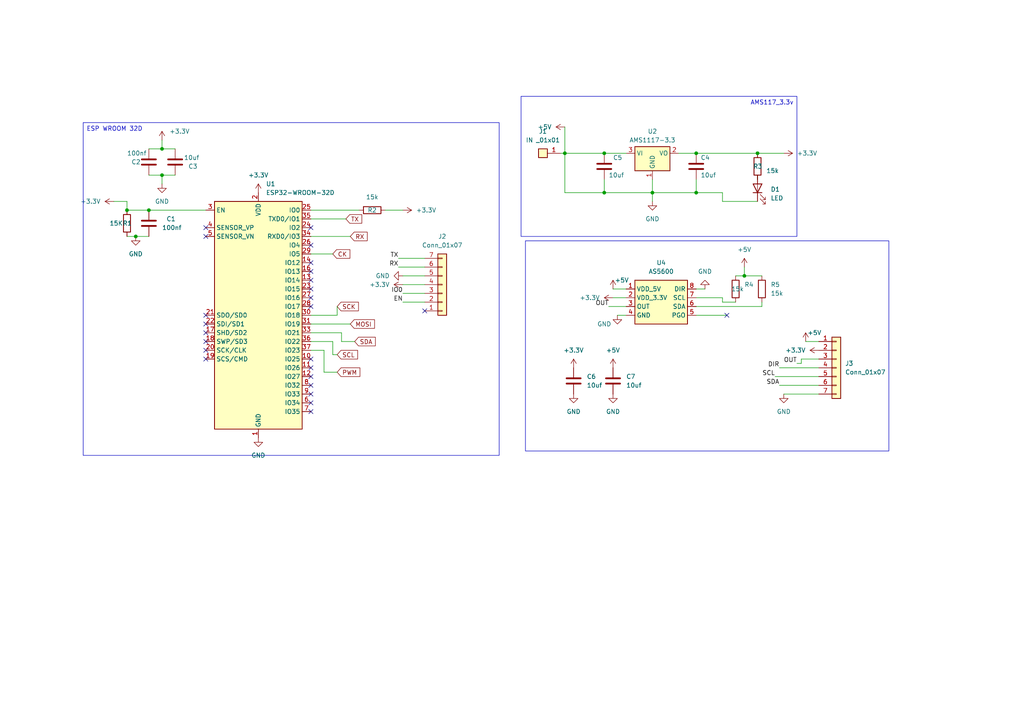
<source format=kicad_sch>
(kicad_sch (version 20230121) (generator eeschema)
  (paper "A4")
  (lib_symbols
    (symbol "AS5600:AS5600_IC"
      (property "Reference" "U3" (at -1.27 -5.08 0))
      (property "Value" "AS5600" (at 1.27 -6.35 0))
      (symbol "AS5600_IC_0_1"
        (rectangle (start -6.35 8.89) (end 8.89 -3.81) (stroke (width 0.254)) (fill (type background)))
      )
      (symbol "AS5600_IC_1_1"
        (pin power_in line (at -8.89 6.35 0) (length 2.54) (name "VDD_5V") (number "1"))
        (pin power_in line (at -8.89 3.81 0) (length 2.54) (name "VDD_3.3V") (number "2"))
        (pin output line (at -8.89 1.27 0) (length 2.54) (name "OUT") (number "3"))
        (pin bidirectional line (at -8.89 -1.27 0) (length 2.54) (name "GND") (number "4"))
        (pin bidirectional line (at 11.43 -1.27 180) (length 2.54) (name "PGO") (number "5"))
        (pin bidirectional line (at 11.43 1.27 180) (length 2.54) (name "SDA") (number "6"))
        (pin input line (at 11.43 3.81 180) (length 2.54) (name "SCL") (number "7"))
        (pin bidirectional line (at 11.43 6.35 180) (length 2.54) (name "DIR") (number "8"))
      )
    )
    (symbol "Connector_Generic:Conn_01x07" (pin_names (offset 1.016) hide)
      (property "Reference" "J" (at 0 10.16 0))
      (property "Value" "Conn_01x07" (at 0 -10.16 0))
      (symbol "Conn_01x07_1_1"
        (rectangle (start -1.27 -7.493) (end 0 -7.747) (stroke (width 0.1524)))
        (rectangle (start -1.27 -4.953) (end 0 -5.207) (stroke (width 0.1524)))
        (rectangle (start -1.27 -2.413) (end 0 -2.667) (stroke (width 0.1524)))
        (rectangle (start -1.27 0.127) (end 0 -0.127) (stroke (width 0.1524)))
        (rectangle (start -1.27 2.667) (end 0 2.413) (stroke (width 0.1524)))
        (rectangle (start -1.27 5.207) (end 0 4.953) (stroke (width 0.1524)))
        (rectangle (start -1.27 7.747) (end 0 7.493) (stroke (width 0.1524)))
        (rectangle (start -1.27 8.89) (end 1.27 -8.89) (stroke (width 0.254)) (fill (type background)))
        (pin passive line (at -5.08 7.62 0) (length 3.81) (name "Pin_1") (number "1"))
        (pin passive line (at -5.08 5.08 0) (length 3.81) (name "Pin_2") (number "2"))
        (pin passive line (at -5.08 2.54 0) (length 3.81) (name "Pin_3") (number "3"))
        (pin passive line (at -5.08 0 0) (length 3.81) (name "Pin_4") (number "4"))
        (pin passive line (at -5.08 -2.54 0) (length 3.81) (name "Pin_5") (number "5"))
        (pin passive line (at -5.08 -5.08 0) (length 3.81) (name "Pin_6") (number "6"))
        (pin passive line (at -5.08 -7.62 0) (length 3.81) (name "Pin_7") (number "7"))
      )
    )
    (symbol "Device:C" (pin_numbers hide) (pin_names (offset 0.254))
      (property "Reference" "C" (at 0.635 2.54 0))
      (property "Value" "C" (at 0.635 -2.54 0))
      (symbol "C_0_1"
        (polyline (pts (xy -2.032 -0.762) (xy 2.032 -0.762)) (stroke (width 0.508)))
        (polyline (pts (xy -2.032 0.762) (xy 2.032 0.762)) (stroke (width 0.508)))
      )
      (symbol "C_1_1"
        (pin passive line (at 0 3.81 270) (length 2.794) (name "~") (number "1"))
        (pin passive line (at 0 -3.81 90) (length 2.794) (name "~") (number "2"))
      )
    )
    (symbol "Device:LED" (pin_numbers hide) (pin_names (offset 1.016) hide)
      (property "Reference" "D" (at 0 2.54 0))
      (property "Value" "LED" (at 0 -2.54 0))
      (symbol "LED_0_1"
        (polyline (pts (xy -1.27 -1.27) (xy -1.27 1.27)) (stroke (width 0.254)))
        (polyline (pts (xy -1.27 0) (xy 1.27 0)))
        (polyline (pts (xy 1.27 -1.27) (xy 1.27 1.27) (xy -1.27 0) (xy 1.27 -1.27)) (stroke (width 0.254)))
        (polyline (pts (xy -3.048 -0.762) (xy -4.572 -2.286) (xy -3.81 -2.286) (xy -4.572 -2.286) (xy -4.572 -1.524)))
        (polyline (pts (xy -1.778 -0.762) (xy -3.302 -2.286) (xy -2.54 -2.286) (xy -3.302 -2.286) (xy -3.302 -1.524)))
      )
      (symbol "LED_1_1"
        (pin passive line (at -3.81 0 0) (length 2.54) (name "K") (number "1"))
        (pin passive line (at 3.81 0 180) (length 2.54) (name "A") (number "2"))
      )
    )
    (symbol "Device:R" (pin_numbers hide) (pin_names (offset 0))
      (property "Reference" "R" (at 2.032 0 90))
      (property "Value" "R" (at 0 0 90))
      (symbol "R_0_1"
        (rectangle (start -1.016 -2.54) (end 1.016 2.54) (stroke (width 0.254)))
      )
      (symbol "R_1_1"
        (pin passive line (at 0 3.81 270) (length 1.27) (name "~") (number "1"))
        (pin passive line (at 0 -3.81 90) (length 1.27) (name "~") (number "2"))
      )
    )
    (symbol "RF_Module:ESP32-WROOM-32D"
      (property "Reference" "U" (at -12.7 34.29 0))
      (property "Value" "ESP32-WROOM-32D" (at 1.27 34.29 0))
      (symbol "ESP32-WROOM-32D_0_1"
        (rectangle (start -12.7 33.02) (end 12.7 -33.02) (stroke (width 0.254)) (fill (type background)))
      )
      (symbol "ESP32-WROOM-32D_1_1"
        (pin power_in line (at 0 -35.56 90) (length 2.54) (name "GND") (number "1"))
        (pin bidirectional line (at 15.24 -12.7 180) (length 2.54) (name "IO25") (number "10"))
        (pin bidirectional line (at 15.24 -15.24 180) (length 2.54) (name "IO26") (number "11"))
        (pin bidirectional line (at 15.24 -17.78 180) (length 2.54) (name "IO27") (number "12"))
        (pin bidirectional line (at 15.24 10.16 180) (length 2.54) (name "IO14") (number "13"))
        (pin bidirectional line (at 15.24 15.24 180) (length 2.54) (name "IO12") (number "14"))
        (pin passive line (at 0 -35.56 90) (length 2.54) hide (name "GND") (number "15"))
        (pin bidirectional line (at 15.24 12.7 180) (length 2.54) (name "IO13") (number "16"))
        (pin bidirectional line (at -15.24 -5.08 0) (length 2.54) (name "SHD/SD2") (number "17"))
        (pin bidirectional line (at -15.24 -7.62 0) (length 2.54) (name "SWP/SD3") (number "18"))
        (pin bidirectional line (at -15.24 -12.7 0) (length 2.54) (name "SCS/CMD") (number "19"))
        (pin power_in line (at 0 35.56 270) (length 2.54) (name "VDD") (number "2"))
        (pin bidirectional line (at -15.24 -10.16 0) (length 2.54) (name "SCK/CLK") (number "20"))
        (pin bidirectional line (at -15.24 0 0) (length 2.54) (name "SDO/SD0") (number "21"))
        (pin bidirectional line (at -15.24 -2.54 0) (length 2.54) (name "SDI/SD1") (number "22"))
        (pin bidirectional line (at 15.24 7.62 180) (length 2.54) (name "IO15") (number "23"))
        (pin bidirectional line (at 15.24 25.4 180) (length 2.54) (name "IO2") (number "24"))
        (pin bidirectional line (at 15.24 30.48 180) (length 2.54) (name "IO0") (number "25"))
        (pin bidirectional line (at 15.24 20.32 180) (length 2.54) (name "IO4") (number "26"))
        (pin bidirectional line (at 15.24 5.08 180) (length 2.54) (name "IO16") (number "27"))
        (pin bidirectional line (at 15.24 2.54 180) (length 2.54) (name "IO17") (number "28"))
        (pin bidirectional line (at 15.24 17.78 180) (length 2.54) (name "IO5") (number "29"))
        (pin input line (at -15.24 30.48 0) (length 2.54) (name "EN") (number "3"))
        (pin bidirectional line (at 15.24 0 180) (length 2.54) (name "IO18") (number "30"))
        (pin bidirectional line (at 15.24 -2.54 180) (length 2.54) (name "IO19") (number "31"))
        (pin no_connect line (at -12.7 -27.94 0) (length 2.54) hide (name "NC") (number "32"))
        (pin bidirectional line (at 15.24 -5.08 180) (length 2.54) (name "IO21") (number "33"))
        (pin bidirectional line (at 15.24 22.86 180) (length 2.54) (name "RXD0/IO3") (number "34"))
        (pin bidirectional line (at 15.24 27.94 180) (length 2.54) (name "TXD0/IO1") (number "35"))
        (pin bidirectional line (at 15.24 -7.62 180) (length 2.54) (name "IO22") (number "36"))
        (pin bidirectional line (at 15.24 -10.16 180) (length 2.54) (name "IO23") (number "37"))
        (pin passive line (at 0 -35.56 90) (length 2.54) hide (name "GND") (number "38"))
        (pin passive line (at 0 -35.56 90) (length 2.54) hide (name "GND") (number "39"))
        (pin input line (at -15.24 25.4 0) (length 2.54) (name "SENSOR_VP") (number "4"))
        (pin input line (at -15.24 22.86 0) (length 2.54) (name "SENSOR_VN") (number "5"))
        (pin input line (at 15.24 -25.4 180) (length 2.54) (name "IO34") (number "6"))
        (pin input line (at 15.24 -27.94 180) (length 2.54) (name "IO35") (number "7"))
        (pin bidirectional line (at 15.24 -20.32 180) (length 2.54) (name "IO32") (number "8"))
        (pin bidirectional line (at 15.24 -22.86 180) (length 2.54) (name "IO33") (number "9"))
      )
    )
    (symbol "Regulator_Linear:AMS1117-3.3"
      (property "Reference" "U" (at -3.81 3.175 0))
      (property "Value" "AMS1117-3.3" (at 0 3.175 0))
      (symbol "AMS1117-3.3_0_1"
        (rectangle (start -5.08 -5.08) (end 5.08 1.905) (stroke (width 0.254)) (fill (type background)))
      )
      (symbol "AMS1117-3.3_1_1"
        (pin power_in line (at 0 -7.62 90) (length 2.54) (name "GND") (number "1"))
        (pin power_out line (at 7.62 0 180) (length 2.54) (name "VO") (number "2"))
        (pin power_in line (at -7.62 0 0) (length 2.54) (name "VI") (number "3"))
      )
    )
    (symbol "Screw_Terminal_01x01_1" (pin_names (offset 1.016) hide)
      (property "Reference" "J1" (at 2.54 1.27 0))
      (property "Value" "IN _01x01" (at 2.54 -1.27 0))
      (symbol "Screw_Terminal_01x01_1_1_1"
        (rectangle (start -1.27 1.27) (end 1.27 -1.27) (stroke (width 0.254)) (fill (type background)))
        (pin passive line (at -5.08 0 0) (length 3.81) (name "Pin_1") (number "1"))
      )
    )
    (symbol "power:+3.3V" (power) (pin_names (offset 0))
      (property "Value" "+3.3V" (at 0 3.556 0))
      (symbol "+3.3V_0_1"
        (polyline (pts (xy -0.762 1.27) (xy 0 2.54)))
        (polyline (pts (xy 0 0) (xy 0 2.54)))
        (polyline (pts (xy 0 2.54) (xy 0.762 1.27)))
      )
      (symbol "+3.3V_1_1"
        (pin power_in line (at 0 0 90) (length 0) hide (name "+3.3V") (number "1"))
      )
    )
    (symbol "power:+5V" (power) (pin_names (offset 0))
      (property "Value" "+5V" (at 0 3.556 0))
      (symbol "+5V_0_1"
        (polyline (pts (xy -0.762 1.27) (xy 0 2.54)))
        (polyline (pts (xy 0 0) (xy 0 2.54)))
        (polyline (pts (xy 0 2.54) (xy 0.762 1.27)))
      )
      (symbol "+5V_1_1"
        (pin power_in line (at 0 0 90) (length 0) hide (name "+5V") (number "1"))
      )
    )
    (symbol "power:GND" (power) (pin_names (offset 0))
      (property "Value" "GND" (at 0 -3.81 0))
      (symbol "GND_0_1"
        (polyline (pts (xy 0 0) (xy 0 -1.27) (xy 1.27 -1.27) (xy 0 -2.54) (xy -1.27 -1.27) (xy 0 -1.27)))
      )
      (symbol "GND_1_1"
        (pin power_in line (at 0 0 270) (length 0) hide (name "GND") (number "1"))
      )
    )
  )
  (junction (at 175.26 44.45))
  (junction (at 36.83 60.96))
  (junction (at 163.83 44.45))
  (junction (at 219.71 44.45))
  (junction (at 189.23 55.88))
  (junction (at 43.18 60.96))
  (junction (at 201.93 55.88))
  (junction (at 39.37 68.58))
  (junction (at 201.93 44.45))
  (junction (at 175.26 55.88))
  (junction (at 46.99 43.18))
  (junction (at 46.99 50.8))
  (junction (at 215.9 80.01))
  (no_connect (at 90.17 109.22))
  (no_connect (at 90.17 76.2))
  (no_connect (at 59.69 99.06))
  (no_connect (at 59.69 104.14))
  (no_connect (at 59.69 68.58))
  (no_connect (at 90.17 71.12))
  (no_connect (at 90.17 78.74))
  (no_connect (at 59.69 66.04))
  (no_connect (at 90.17 83.82))
  (no_connect (at 90.17 119.38))
  (no_connect (at 90.17 86.36))
  (no_connect (at 123.19 90.17))
  (no_connect (at 90.17 81.28))
  (no_connect (at 90.17 88.9))
  (no_connect (at 90.17 114.3))
  (no_connect (at 59.69 93.98))
  (no_connect (at 90.17 116.84))
  (no_connect (at 90.17 66.04))
  (no_connect (at 59.69 91.44))
  (no_connect (at 90.17 106.68))
  (no_connect (at 90.17 111.76))
  (no_connect (at 90.17 104.14))
  (no_connect (at 59.69 101.6))
  (no_connect (at 59.69 96.52))
  (no_connect (at 210.82 91.44))
  (wire (pts (xy 101.6 68.58) (xy 90.17 68.58)))
  (wire (pts (xy 46.99 50.8) (xy 50.8 50.8)))
  (wire (pts (xy 189.23 52.07) (xy 189.23 55.88)))
  (wire (pts (xy 231.14 105.41) (xy 232.41 105.41)))
  (wire (pts (xy 189.23 55.88) (xy 201.93 55.88)))
  (wire (pts (xy 175.26 55.88) (xy 189.23 55.88)))
  (wire (pts (xy 196.85 44.45) (xy 201.93 44.45)))
  (wire (pts (xy 90.17 101.6) (xy 93.98 101.6)))
  (wire (pts (xy 232.41 104.14) (xy 237.49 104.14)))
  (wire (pts (xy 36.83 60.96) (xy 43.18 60.96)))
  (wire (pts (xy 99.06 99.06) (xy 102.87 99.06)))
  (wire (pts (xy 43.18 60.96) (xy 59.69 60.96)))
  (wire (pts (xy 33.02 58.42) (xy 36.83 58.42)))
  (wire (pts (xy 97.79 102.87) (xy 96.52 102.87)))
  (wire (pts (xy 99.06 99.06) (xy 99.06 96.52)))
  (wire (pts (xy 232.41 105.41) (xy 232.41 104.14)))
  (wire (pts (xy 201.93 55.88) (xy 201.93 52.07)))
  (wire (pts (xy 116.84 60.96) (xy 111.76 60.96)))
  (wire (pts (xy 181.61 44.45) (xy 175.26 44.45)))
  (wire (pts (xy 116.84 87.63) (xy 123.19 87.63)))
  (wire (pts (xy 215.9 77.47) (xy 215.9 80.01)))
  (wire (pts (xy 213.36 80.01) (xy 215.9 80.01)))
  (wire (pts (xy 201.93 86.36) (xy 209.55 86.36)))
  (wire (pts (xy 209.55 55.88) (xy 209.55 58.42)))
  (wire (pts (xy 209.55 87.63) (xy 213.36 87.63)))
  (wire (pts (xy 226.06 111.76) (xy 237.49 111.76)))
  (wire (pts (xy 90.17 73.66) (xy 96.52 73.66)))
  (wire (pts (xy 201.93 83.82) (xy 204.47 83.82)))
  (wire (pts (xy 93.98 101.6) (xy 93.98 107.95)))
  (wire (pts (xy 97.79 88.9) (xy 97.79 91.44)))
  (wire (pts (xy 201.93 88.9) (xy 220.98 88.9)))
  (wire (pts (xy 227.33 44.45) (xy 219.71 44.45)))
  (wire (pts (xy 96.52 102.87) (xy 96.52 99.06)))
  (wire (pts (xy 163.83 44.45) (xy 163.83 36.83)))
  (wire (pts (xy 209.55 86.36) (xy 209.55 87.63)))
  (wire (pts (xy 116.84 80.01) (xy 123.19 80.01)))
  (wire (pts (xy 163.83 44.45) (xy 175.26 44.45)))
  (wire (pts (xy 175.26 55.88) (xy 175.26 52.07)))
  (wire (pts (xy 115.57 74.93) (xy 123.19 74.93)))
  (wire (pts (xy 93.98 107.95) (xy 97.79 107.95)))
  (wire (pts (xy 209.55 58.42) (xy 219.71 58.42)))
  (wire (pts (xy 177.8 83.82) (xy 181.61 83.82)))
  (wire (pts (xy 209.55 55.88) (xy 201.93 55.88)))
  (wire (pts (xy 201.93 91.44) (xy 210.82 91.44)))
  (wire (pts (xy 97.79 91.44) (xy 90.17 91.44)))
  (wire (pts (xy 162.56 44.45) (xy 163.83 44.45)))
  (wire (pts (xy 43.18 43.18) (xy 46.99 43.18)))
  (wire (pts (xy 90.17 63.5) (xy 100.33 63.5)))
  (wire (pts (xy 46.99 40.64) (xy 46.99 43.18)))
  (wire (pts (xy 201.93 44.45) (xy 219.71 44.45)))
  (wire (pts (xy 90.17 93.98) (xy 101.6 93.98)))
  (wire (pts (xy 90.17 60.96) (xy 104.14 60.96)))
  (wire (pts (xy 226.06 106.68) (xy 237.49 106.68)))
  (wire (pts (xy 215.9 80.01) (xy 220.98 80.01)))
  (wire (pts (xy 233.68 99.06) (xy 237.49 99.06)))
  (wire (pts (xy 115.57 77.47) (xy 123.19 77.47)))
  (wire (pts (xy 96.52 99.06) (xy 90.17 99.06)))
  (wire (pts (xy 36.83 58.42) (xy 36.83 60.96)))
  (wire (pts (xy 163.83 55.88) (xy 175.26 55.88)))
  (wire (pts (xy 163.83 55.88) (xy 163.83 44.45)))
  (wire (pts (xy 177.8 86.36) (xy 181.61 86.36)))
  (wire (pts (xy 116.84 82.55) (xy 123.19 82.55)))
  (wire (pts (xy 99.06 96.52) (xy 90.17 96.52)))
  (wire (pts (xy 36.83 68.58) (xy 39.37 68.58)))
  (wire (pts (xy 39.37 68.58) (xy 43.18 68.58)))
  (wire (pts (xy 176.53 88.9) (xy 181.61 88.9)))
  (wire (pts (xy 224.79 109.22) (xy 237.49 109.22)))
  (wire (pts (xy 116.84 85.09) (xy 123.19 85.09)))
  (wire (pts (xy 46.99 43.18) (xy 50.8 43.18)))
  (wire (pts (xy 179.07 91.44) (xy 181.61 91.44)))
  (wire (pts (xy 189.23 55.88) (xy 189.23 58.42)))
  (wire (pts (xy 220.98 88.9) (xy 220.98 87.63)))
  (wire (pts (xy 43.18 50.8) (xy 46.99 50.8)))
  (wire (pts (xy 219.71 52.07) (xy 219.71 50.8)))
  (wire (pts (xy 46.99 53.34) (xy 46.99 50.8)))
  (wire (pts (xy 227.33 114.3) (xy 237.49 114.3)))
  (rectangle (start 152.4 69.85) (end 257.81 130.81))
  (text_box "AMS117_3.3v\n" (at 151.13 27.94 0) (size 80.01 40.64) (effects (font (size 1.27 1.27)) (justify right top)))
  (text_box "ESP WROOM 32D\n" (at 24.13 35.56 0) (size 120.65 96.52) (effects (font (size 1.27 1.27)) (justify left top)))
  (label "RX" (at 115.57 77.47 180))
  (label "SCL" (at 224.79 109.22 180))
  (label "EN" (at 116.84 87.63 180))
  (label "OUT" (at 231.14 105.41 180))
  (label "IO0" (at 116.84 85.09 180))
  (label "OUT" (at 176.53 88.9 180))
  (label "DIR" (at 226.06 106.68 180))
  (label "TX" (at 115.57 74.93 180))
  (label "SDA" (at 226.06 111.76 180))
  (global_label "PWM" (shape input) (at 97.79 107.95 0) (property "Intersheetrefs" "${INTERSHEET_REFS}" (effects hide)))
  (global_label "SDA" (shape input) (at 102.87 99.06 0) (property "Intersheetrefs" "${INTERSHEET_REFS}" (effects hide)))
  (global_label "TX" (shape input) (at 100.33 63.5 0) (property "Intersheetrefs" "${INTERSHEET_REFS}" (effects hide)))
  (global_label "CK" (shape input) (at 96.52 73.66 0) (property "Intersheetrefs" "${INTERSHEET_REFS}" (effects hide)))
  (global_label "RX" (shape input) (at 101.6 68.58 0) (property "Intersheetrefs" "${INTERSHEET_REFS}" (effects hide)))
  (global_label "MOSI" (shape input) (at 101.6 93.98 0) (property "Intersheetrefs" "${INTERSHEET_REFS}" (effects hide)))
  (global_label "SCL" (shape input) (at 97.79 102.87 0) (property "Intersheetrefs" "${INTERSHEET_REFS}" (effects hide)))
  (global_label "SCK" (shape input) (at 97.79 88.9 0) (property "Intersheetrefs" "${INTERSHEET_REFS}" (effects hide)))
  (symbol (lib_id "power:GND") (at 227.33 114.3 0) (unit 1)
    (property "Reference" "#PWR025" (effects hide))
    (property "Value" "GND" (at 227.33 119.38 0))
  )
  (symbol (lib_id "power:+3.3V") (at 74.93 55.88 0) (unit 1)
    (property "Reference" "#PWR01" (effects hide))
    (property "Value" "+3.3V" (at 74.93 50.8 0))
  )
  (symbol (lib_id "Device:C") (at 177.8 110.49 0) (unit 1)
    (property "Reference" "C7" (at 181.61 109.22 0) (effects (justify left)))
    (property "Value" "10uf" (at 181.61 111.76 0) (effects (justify left)))
  )
  (symbol (lib_id "Device:C") (at 175.26 48.26 0) (unit 1)
    (property "Reference" "C5" (at 177.8 45.72 0) (effects (justify left)))
    (property "Value" "10uf" (at 176.53 50.8 0) (effects (justify left)))
  )
  (symbol (lib_id "Regulator_Linear:AMS1117-3.3") (at 189.23 44.45 0) (unit 1)
    (property "Reference" "U2" (at 189.23 38.1 0))
    (property "Value" "AMS1117-3.3" (at 189.23 40.64 0))
    (property "Footprint" "Package_TO_SOT_SMD:SOT-223-3_TabPin2" (effects hide))
    (property "Datasheet" "http://www.advanced-monolithic.com/pdf/ds1117.pdf" (effects hide))
  )
  (symbol (lib_id "RF_Module:ESP32-WROOM-32D") (at 74.93 91.44 0) (unit 1)
    (property "Reference" "U1" (at 77.1241 53.34 0) (effects (justify left)))
    (property "Value" "ESP32-WROOM-32D" (at 77.1241 55.88 0) (effects (justify left)))
    (property "Footprint" "RF_Module:ESP32-WROOM-32D" (effects hide))
    (property "Datasheet" "https://www.espressif.com/sites/default/files/documentation/esp32-wroom-32d_esp32-wroom-32u_datasheet_en.pdf" (effects hide))
  )
  (symbol (lib_id "power:+5V") (at 233.68 99.06 0) (unit 1)
    (property "Reference" "#PWR023" (effects hide))
    (property "Value" "+5V" (at 236.22 96.52 0))
  )
  (symbol (lib_id "power:GND") (at 46.99 53.34 0) (unit 1)
    (property "Reference" "#PWR05" (effects hide))
    (property "Value" "GND" (at 46.99 58.42 0))
  )
  (symbol (lib_id "Device:C") (at 166.37 110.49 0) (unit 1)
    (property "Reference" "C6" (at 170.18 109.22 0) (effects (justify left)))
    (property "Value" "10uf" (at 170.18 111.76 0) (effects (justify left)))
  )
  (symbol (lib_id "power:+5V") (at 177.8 83.82 0) (unit 1)
    (property "Reference" "#PWR015" (effects hide))
    (property "Value" "+5V" (at 180.34 81.28 0))
  )
  (symbol (lib_id "power:+3.3V") (at 227.33 44.45 270) (unit 1)
    (property "Reference" "#PWR012" (effects hide))
    (property "Value" "+3.3V" (at 231.14 44.45 90) (effects (justify left)))
  )
  (symbol (lib_id "power:+3.3V") (at 177.8 86.36 90) (unit 1)
    (property "Reference" "#PWR016" (effects hide))
    (property "Value" "+3.3V" (at 173.99 86.36 90) (effects (justify left)))
  )
  (symbol (lib_id "Device:R") (at 36.83 64.77 0) (unit 1)
    (property "Reference" "R1" (at 35.56 64.77 0) (effects (justify left)))
    (property "Value" "15K" (at 31.75 64.77 0) (effects (justify left)))
  )
  (symbol (lib_id "power:GND") (at 177.8 114.3 0) (unit 1)
    (property "Reference" "#PWR022" (effects hide))
    (property "Value" "GND" (at 177.8 119.38 0))
  )
  (symbol (lib_id "power:+3.3V") (at 237.49 101.6 90) (unit 1)
    (property "Reference" "#PWR024" (effects hide))
    (property "Value" "+3.3V" (at 233.68 101.6 90) (effects (justify left)))
  )
  (symbol (lib_id "Device:LED") (at 219.71 54.61 90) (unit 1)
    (property "Reference" "D1" (at 223.52 54.9275 90) (effects (justify right)))
    (property "Value" "LED" (at 223.52 57.4675 90) (effects (justify right)))
  )
  (symbol (lib_id "power:GND") (at 166.37 114.3 0) (unit 1)
    (property "Reference" "#PWR021" (effects hide))
    (property "Value" "GND" (at 166.37 119.38 0))
  )
  (symbol (lib_id "power:+3.3V") (at 116.84 60.96 270) (unit 1)
    (property "Reference" "#PWR07" (effects hide))
    (property "Value" "+3.3V" (at 120.65 60.96 90) (effects (justify left)))
  )
  (symbol (lib_id "Connector_Generic:Conn_01x07") (at 128.27 82.55 0) (mirror x) (unit 1)
    (property "Reference" "J2" (at 128.27 68.58 0))
    (property "Value" "Conn_01x07" (at 128.27 71.12 0))
  )
  (symbol (lib_id "Device:R") (at 219.71 48.26 0) (unit 1)
    (property "Reference" "R3" (at 218.44 48.26 0) (effects (justify left)))
    (property "Value" "15k" (at 222.25 49.53 0) (effects (justify left)))
  )
  (symbol (lib_id "power:+5V") (at 215.9 77.47 0) (unit 1)
    (property "Reference" "#PWR014" (effects hide))
    (property "Value" "+5V" (at 215.9 72.39 0))
  )
  (symbol (lib_id "power:GND") (at 204.47 83.82 180) (unit 1)
    (property "Reference" "#PWR013" (effects hide))
    (property "Value" "GND" (at 204.47 78.74 0))
  )
  (symbol (lib_id "Device:R") (at 220.98 83.82 0) (unit 1)
    (property "Reference" "R5" (at 223.52 82.55 0) (effects (justify left)))
    (property "Value" "15k" (at 223.52 85.09 0) (effects (justify left)))
  )
  (symbol (lib_id "power:GND") (at 116.84 80.01 270) (unit 1)
    (property "Reference" "#PWR08" (effects hide))
    (property "Value" "GND" (at 113.03 80.01 90) (effects (justify right)))
  )
  (symbol (lib_id "Device:C") (at 50.8 46.99 0) (unit 1)
    (property "Reference" "C3" (at 54.61 48.26 0) (effects (justify left)))
    (property "Value" "10uf" (at 53.34 45.72 0) (effects (justify left)))
  )
  (symbol (lib_id "power:+5V") (at 163.83 36.83 90) (unit 1)
    (property "Reference" "#PWR010" (effects hide))
    (property "Value" "+5V" (at 160.02 36.83 90) (effects (justify left)))
  )
  (symbol (lib_id "Device:C") (at 201.93 48.26 0) (unit 1)
    (property "Reference" "C4" (at 203.2 45.72 0) (effects (justify left)))
    (property "Value" "10uf" (at 203.2 50.8 0) (effects (justify left)))
  )
  (symbol (lib_id "power:+3.3V") (at 166.37 106.68 0) (unit 1)
    (property "Reference" "#PWR019" (effects hide))
    (property "Value" "+3.3V" (at 166.37 101.6 0))
  )
  (symbol (lib_id "AS5600:AS5600_IC") (at 190.5 90.17 0) (unit 1)
    (property "Reference" "U4" (at 191.77 76.2 0))
    (property "Value" "AS5600" (at 191.77 78.74 0))
    (property "Footprint" "Package_SO:MSOP-8_3x3mm_P0.65mm" (effects hide))
  )
  (symbol (lib_id "Device:C") (at 43.18 64.77 0) (unit 1)
    (property "Reference" "C1" (at 48.26 63.5 0) (effects (justify left)))
    (property "Value" "100nf" (at 46.99 66.04 0) (effects (justify left)))
  )
  (symbol (lib_name "Screw_Terminal_01x01_1") (lib_id "Connector:Screw_Terminal_01x01") (at 157.48 44.45 180) (unit 1)
    (property "Reference" "J1" (at 157.48 38.1 0))
    (property "Value" "IN _01x01" (at 157.48 40.64 0))
  )
  (symbol (lib_id "power:GND") (at 189.23 58.42 0) (unit 1)
    (property "Reference" "#PWR011" (effects hide))
    (property "Value" "GND" (at 189.23 63.5 0))
  )
  (symbol (lib_id "power:GND") (at 39.37 68.58 0) (unit 1)
    (property "Reference" "#PWR03" (effects hide))
    (property "Value" "GND" (at 39.37 73.66 0))
  )
  (symbol (lib_id "power:+3.3V") (at 116.84 82.55 90) (unit 1)
    (property "Reference" "#PWR09" (effects hide))
    (property "Value" "+3.3V" (at 113.03 82.55 90) (effects (justify left)))
  )
  (symbol (lib_id "Device:R") (at 107.95 60.96 90) (unit 1)
    (property "Reference" "R2" (at 107.95 60.96 90))
    (property "Value" "15k" (at 107.95 57.15 90))
  )
  (symbol (lib_id "power:GND") (at 74.93 127 0) (unit 1)
    (property "Reference" "#PWR02" (effects hide))
    (property "Value" "GND" (at 74.93 132.08 0))
  )
  (symbol (lib_id "Device:C") (at 43.18 46.99 0) (unit 1)
    (property "Reference" "C2" (at 38.1 46.99 0) (effects (justify left)))
    (property "Value" "100nf" (at 36.83 44.45 0) (effects (justify left)))
  )
  (symbol (lib_id "Connector_Generic:Conn_01x07") (at 242.57 106.68 0) (unit 1)
    (property "Reference" "J3" (at 245.11 105.41 0) (effects (justify left)))
    (property "Value" "Conn_01x07" (at 245.11 107.95 0) (effects (justify left)))
  )
  (symbol (lib_id "Device:R") (at 213.36 83.82 0) (unit 1)
    (property "Reference" "R4" (at 215.9 82.55 0) (effects (justify left)))
    (property "Value" "15k" (at 212.09 83.82 0) (effects (justify left)))
  )
  (symbol (lib_id "power:+5V") (at 177.8 106.68 0) (unit 1)
    (property "Reference" "#PWR020" (effects hide))
    (property "Value" "+5V" (at 177.8 101.6 0))
  )
  (symbol (lib_id "power:+3.3V") (at 33.02 58.42 90) (unit 1)
    (property "Reference" "#PWR04" (effects hide))
    (property "Value" "+3.3V" (at 29.21 58.42 90) (effects (justify left)))
  )
  (symbol (lib_id "power:+3.3V") (at 46.99 40.64 0) (unit 1)
    (property "Reference" "#PWR06" (effects hide))
    (property "Value" "+3.3V" (at 52.07 38.1 0))
  )
  (symbol (lib_id "power:GND") (at 179.07 91.44 0) (unit 1)
    (property "Reference" "#PWR017" (effects hide))
    (property "Value" "GND" (at 175.26 93.98 0))
  )
)
</source>
